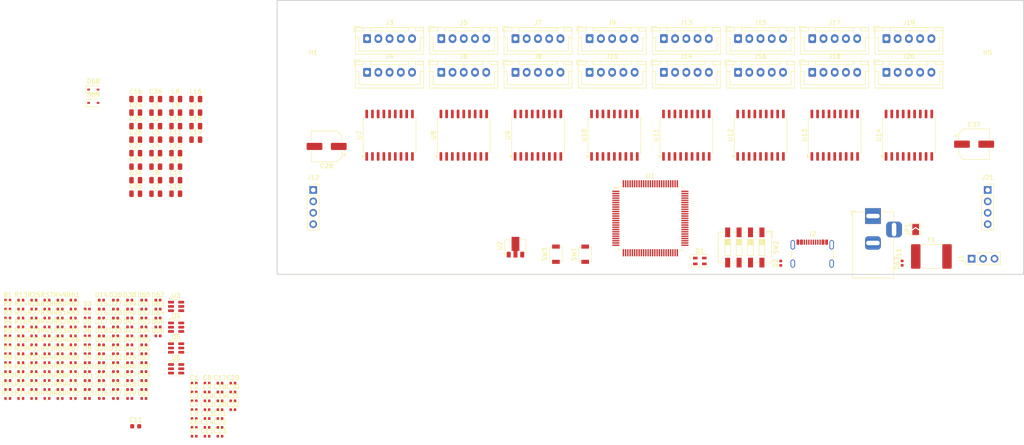
<source format=kicad_pcb>
(kicad_pcb (version 20240108) (generator "pcbnew") (generator_version "8.0")
  (layers (0 "F.Cu" signal) (31 "B.Cu" signal) (34 "B.Paste" user) (35 "F.Paste" user) (36 "B.SilkS" user "B.Silkscreen") (37 "F.SilkS" user "F.Silkscreen") (38 "B.Mask" user) (39 "F.Mask" user) (44 "Edge.Cuts" user))
  (net 0 "")
  (net 1 "+5V")
  (net 2 "GND")
  (net 3 "+3V3")
  (net 4 "/STM-NRST")
  (net 5 "Net-(U1-VCAP_2)")
  (net 6 "+3.3VA")
  (net 7 "Net-(U1-VREF+)")
  (net 8 "Net-(J10-Pin_5)")
  (net 9 "+V")
  (net 10 "Net-(U1-VCAP_1)")
  (net 11 "Net-(U1-PA4)")
  (net 12 "NEOPIXEL")
  (net 13 "Net-(D1-DOUT)")
  (net 14 "/S3P1")
  (net 15 "/S3P2")
  (net 16 "Net-(D3-K)")
  (net 17 "Net-(D4-K)")
  (net 18 "/S3P3")
  (net 19 "Net-(D5-K)")
  (net 20 "/S3P4")
  (net 21 "/S4P1")
  (net 22 "Net-(D6-K)")
  (net 23 "Net-(D7-K)")
  (net 24 "/S4P2")
  (net 25 "Net-(D8-K)")
  (net 26 "/S4P3")
  (net 27 "/S4P4")
  (net 28 "Net-(D9-K)")
  (net 29 "/S2P4")
  (net 30 "Net-(D10-K)")
  (net 31 "/S2P3")
  (net 32 "Net-(D11-K)")
  (net 33 "/S2P2")
  (net 34 "Net-(D12-K)")
  (net 35 "Net-(D13-K)")
  (net 36 "/S2P1")
  (net 37 "S1P4")
  (net 38 "Net-(D14-K)")
  (net 39 "Net-(D15-K)")
  (net 40 "S1P3")
  (net 41 "S1P2")
  (net 42 "Net-(D16-K)")
  (net 43 "S1P1")
  (net 44 "Net-(D17-K)")
  (net 45 "Net-(D18-K)")
  (net 46 "/S5P1")
  (net 47 "/S5P2")
  (net 48 "Net-(D19-K)")
  (net 49 "/S5P3")
  (net 50 "Net-(D20-K)")
  (net 51 "/S5P4")
  (net 52 "Net-(D21-K)")
  (net 53 "Net-(D22-K)")
  (net 54 "/S6P1")
  (net 55 "Net-(D23-K)")
  (net 56 "/S6P2")
  (net 57 "/S6P3")
  (net 58 "Net-(D24-K)")
  (net 59 "Net-(D25-K)")
  (net 60 "/S6P4")
  (net 61 "Net-(D26-K)")
  (net 62 "/S7P1")
  (net 63 "/S7P2")
  (net 64 "Net-(D27-K)")
  (net 65 "Net-(D28-K)")
  (net 66 "/S7P3")
  (net 67 "/S7P4")
  (net 68 "Net-(D29-K)")
  (net 69 "/S8P1")
  (net 70 "Net-(D30-K)")
  (net 71 "/S8P2")
  (net 72 "Net-(D31-K)")
  (net 73 "Net-(D32-K)")
  (net 74 "/S8P3")
  (net 75 "Net-(D33-K)")
  (net 76 "/S8P4")
  (net 77 "/S9P1")
  (net 78 "Net-(D34-K)")
  (net 79 "Net-(D35-K)")
  (net 80 "/S9P2")
  (net 81 "/S9P3")
  (net 82 "Net-(D36-K)")
  (net 83 "/S9P4")
  (net 84 "Net-(D37-K)")
  (net 85 "/S10P1")
  (net 86 "Net-(D38-K)")
  (net 87 "Net-(D39-K)")
  (net 88 "/S10P2")
  (net 89 "/S10P3")
  (net 90 "Net-(D40-K)")
  (net 91 "/S10P4")
  (net 92 "Net-(D41-K)")
  (net 93 "Net-(D42-K)")
  (net 94 "/S11P1")
  (net 95 "Net-(D43-K)")
  (net 96 "/S11P2")
  (net 97 "/S11P3")
  (net 98 "Net-(D44-K)")
  (net 99 "Net-(D45-K)")
  (net 100 "/S11P4")
  (net 101 "Net-(D46-K)")
  (net 102 "/S12P1")
  (net 103 "Net-(D47-K)")
  (net 104 "/S12P2")
  (net 105 "/S12P3")
  (net 106 "Net-(D48-K)")
  (net 107 "/S12P4")
  (net 108 "Net-(D49-K)")
  (net 109 "/S13P1")
  (net 110 "Net-(D50-K)")
  (net 111 "Net-(D51-K)")
  (net 112 "/S13P2")
  (net 113 "/S13P3")
  (net 114 "Net-(D52-K)")
  (net 115 "/S13P4")
  (net 116 "Net-(D53-K)")
  (net 117 "Net-(D54-K)")
  (net 118 "/S14P1")
  (net 119 "/S14P2")
  (net 120 "Net-(D55-K)")
  (net 121 "Net-(D56-K)")
  (net 122 "/S14P3")
  (net 123 "Net-(D57-K)")
  (net 124 "/S14P4")
  (net 125 "/S15P1")
  (net 126 "Net-(D58-K)")
  (net 127 "Net-(D59-K)")
  (net 128 "/S15P2")
  (net 129 "Net-(D60-K)")
  (net 130 "/S15P3")
  (net 131 "/S15P4")
  (net 132 "Net-(D61-K)")
  (net 133 "Net-(D62-K)")
  (net 134 "/S16P1")
  (net 135 "Net-(D63-K)")
  (net 136 "/S16P2")
  (net 137 "/S16P3")
  (net 138 "Net-(D64-K)")
  (net 139 "Net-(D65-K)")
  (net 140 "/S16P4")
  (net 141 "Net-(D67-A)")
  (net 142 "Net-(F1-Pad1)")
  (net 143 "VBUS")
  (net 144 "Net-(J3-Pin_3)")
  (net 145 "Net-(J3-Pin_4)")
  (net 146 "Net-(J3-Pin_1)")
  (net 147 "Net-(J3-Pin_2)")
  (net 148 "Net-(J4-Pin_1)")
  (net 149 "Net-(J4-Pin_4)")
  (net 150 "Net-(J4-Pin_3)")
  (net 151 "Net-(J4-Pin_2)")
  (net 152 "Net-(J5-Pin_1)")
  (net 153 "Net-(J5-Pin_4)")
  (net 154 "Net-(J5-Pin_2)")
  (net 155 "Net-(J5-Pin_3)")
  (net 156 "Net-(J6-Pin_1)")
  (net 157 "Net-(J6-Pin_2)")
  (net 158 "Net-(J6-Pin_4)")
  (net 159 "Net-(J6-Pin_3)")
  (net 160 "Net-(J7-Pin_3)")
  (net 161 "Net-(J7-Pin_1)")
  (net 162 "Net-(J7-Pin_4)")
  (net 163 "Net-(J7-Pin_2)")
  (net 164 "Net-(J8-Pin_1)")
  (net 165 "Net-(J8-Pin_3)")
  (net 166 "Net-(J8-Pin_4)")
  (net 167 "Net-(J8-Pin_2)")
  (net 168 "Net-(J9-Pin_1)")
  (net 169 "Net-(J9-Pin_3)")
  (net 170 "Net-(J9-Pin_2)")
  (net 171 "Net-(J9-Pin_4)")
  (net 172 "Net-(J10-Pin_3)")
  (net 173 "Net-(J10-Pin_2)")
  (net 174 "Net-(J10-Pin_4)")
  (net 175 "Net-(J10-Pin_1)")
  (net 176 "Net-(J13-Pin_3)")
  (net 177 "Net-(J13-Pin_4)")
  (net 178 "Net-(J13-Pin_1)")
  (net 179 "Net-(J13-Pin_2)")
  (net 180 "Net-(J14-Pin_3)")
  (net 181 "Net-(J14-Pin_4)")
  (net 182 "Net-(J14-Pin_1)")
  (net 183 "Net-(J14-Pin_2)")
  (net 184 "Net-(J15-Pin_1)")
  (net 185 "Net-(J15-Pin_4)")
  (net 186 "Net-(J15-Pin_2)")
  (net 187 "Net-(J15-Pin_3)")
  (net 188 "Net-(J16-Pin_1)")
  (net 189 "Net-(J16-Pin_3)")
  (net 190 "Net-(J16-Pin_4)")
  (net 191 "Net-(J16-Pin_2)")
  (net 192 "Net-(J17-Pin_1)")
  (net 193 "Net-(J17-Pin_2)")
  (net 194 "Net-(J17-Pin_3)")
  (net 195 "Net-(J17-Pin_4)")
  (net 196 "Net-(U7-GND)")
  (net 197 "Net-(U8-GND)")
  (net 198 "Net-(U9-GND)")
  (net 199 "Net-(U10-GND)")
  (net 200 "Net-(U11-GND)")
  (net 201 "/BOOT0")
  (net 202 "ADDR0")
  (net 203 "ADDR3")
  (net 204 "ADDR1")
  (net 205 "ADDR2")
  (net 206 "SCK")
  (net 207 "MOSI")
  (net 208 "PB1")
  (net 209 "D+")
  (net 210 "D-")
  (net 211 "SCL")
  (net 212 "MISO")
  (net 213 "TX")
  (net 214 "RX")
  (net 215 "PB0")
  (net 216 "SDA")
  (net 217 "PH1")
  (net 218 "Net-(J3-Pin_5)")
  (net 219 "Net-(J5-Pin_5)")
  (net 220 "Net-(J7-Pin_5)")
  (net 221 "Net-(J13-Pin_5)")
  (net 222 "Net-(J15-Pin_5)")
  (net 223 "Net-(J17-Pin_5)")
  (net 224 "Net-(J19-Pin_5)")
  (net 225 "Net-(D2-A)")
  (net 226 "Net-(D66-K)")
  (net 227 "Net-(J2-SHIELD)")
  (net 228 "Net-(J2-CC2)")
  (net 229 "Net-(J2-D+-PadA6)")
  (net 230 "Net-(J2-D--PadA7)")
  (net 232 "Net-(J2-CC1)")
  (net 234 "Net-(J18-Pin_3)")
  (net 235 "Net-(J18-Pin_2)")
  (net 236 "Net-(J18-Pin_4)")
  (net 237 "Net-(J18-Pin_1)")
  (net 238 "Net-(J19-Pin_2)")
  (net 239 "Net-(J19-Pin_3)")
  (net 240 "Net-(J19-Pin_1)")
  (net 241 "Net-(J19-Pin_4)")
  (net 242 "Net-(J20-Pin_3)")
  (net 243 "Net-(J20-Pin_1)")
  (net 244 "Net-(J20-Pin_4)")
  (net 245 "Net-(J20-Pin_2)")
  (net 246 "Net-(U12-GND)")
  (net 247 "Net-(U13-GND)")
  (net 248 "Net-(U14-GND)")
  (net 249 "Net-(D68-K)")
  (footprint "Resistor_SMD:R_0402_1005Metric" (layer "F.Cu") (at 64.72 98.645)
    (property "Reference" "R57")
    (property "Value" "470")
  )
  (footprint "LED_SMD:LED_0402_1005Metric" (layer "F.Cu") (at 83.355 84.715)
    (property "Reference" "D51")
    (property "Value" "LED_Small")
  )
  (footprint "Capacitor_SMD:C_0805_2012Metric" (layer "F.Cu") (at 81.55 40.97)
    (property "Reference" "C24")
    (property "Value" "22uF 25V")
  )
  (footprint "Capacitor_SMD:C_0805_2012Metric" (layer "F.Cu") (at 94.9 37.96)
    (property "Reference" "L16")
    (property "Value" "CBM201209U601T")
  )
  (footprint "Capacitor_SMD:C_0402_1005Metric" (layer "F.Cu") (at 103.15 105.145)
    (property "Reference" "C31")
    (property "Value" "100n")
  )
  (footprint "Capacitor_SMD:C_0805_2012Metric" (layer "F.Cu") (at 81.55 56.02)
    (property "Reference" "C34")
    (property "Value" "22uF 25V")
  )
  (footprint "Resistor_SMD:R_0402_1005Metric" (layer "F.Cu") (at 67.63 102.625)
    (property "Reference" "R71")
    (property "Value" "470")
  )
  (footprint "Resistor_SMD:R_0402_1005Metric" (layer "F.Cu") (at 58.9 102.625)
    (property "Reference" "R35")
    (property "Value" "470")
  )
  (footprint "LED_SMD:LED_0402_1005Metric" (layer "F.Cu") (at 73.92 90.685)
    (property "Reference" "D18")
    (property "Value" "LED_Small")
  )
  (footprint "Connector_PinHeader_2.54mm:PinHeader_1x03_P2.54mm_Vertical" (layer "F.Cu") (at 267.46 73.5 90)
    (property "Reference" "J1")
    (property "Value" "NEO")
  )
  (footprint "Resistor_SMD:R_0402_1005Metric" (layer "F.Cu") (at 67.63 94.665)
    (property "Reference" "R67")
    (property "Value" "470")
  )
  (footprint "LED_SMD:LED_0402_1005Metric" (layer "F.Cu") (at 80.21 96.655)
    (property "Reference" "D45")
    (property "Value" "LED_Small")
  )
  (footprint "Resistor_SMD:R_0402_1005Metric" (layer "F.Cu") (at 64.72 88.695)
    (property "Reference" "R52")
    (property "Value" "470")
  )
  (footprint "Capacitor_SMD:C_0402_1005Metric" (layer "F.Cu") (at 97.41 101.205)
    (property "Reference" "C8")
    (property "Value" "100n")
  )
  (footprint "Resistor_SMD:R_0402_1005Metric" (layer "F.Cu") (at 67.63 90.685)
    (property "Reference" "R65")
    (property "Value" "470")
  )
  (footprint "LED_SMD:LED_0402_1005Metric" (layer "F.Cu") (at 73.92 92.675)
    (property "Reference" "D19")
    (property "Value" "LED_Small")
  )
  (footprint "Resistor_SMD:R_0402_1005Metric" (layer "F.Cu") (at 55.99 100.635)
    (property "Reference" "R22")
    (property "Value" "470")
  )
  (footprint "Resistor_SMD:R_0402_1005Metric" (layer "F.Cu") (at 61.81 102.625)
    (property "Reference" "R47")
    (property "Value" "470")
  )
  (footprint "Capacitor_SMD:C_0805_2012Metric" (layer "F.Cu") (at 86 53.01)
    (property "Reference" "L5")
    (property "Value" "CBM201209U601T")
  )
  (footprint "Resistor_SMD:R_0402_1005Metric" (layer "F.Cu") (at 64.72 82.725)
    (property "Reference" "R49")
    (property "Value" "470")
  )
  (footprint "Package_SO:SOP-18_7.495x11.515mm_P1.27mm" (layer "F.Cu") (at 171 46 90)
    (property "Reference" "U9")
    (property "Value" "ULN2803A")
  )
  (footprint "Resistor_SMD:R_0402_1005Metric" (layer "F.Cu") (at 53.08 82.725)
    (property "Reference" "R1")
    (property "Value" "10k")
  )
  (footprint "Resistor_SMD:R_0402_1005Metric" (layer "F.Cu") (at 64.72 102.625)
    (property "Reference" "R59")
    (property "Value" "470")
  )
  (footprint "Resistor_SMD:R_0402_1005Metric" (layer "F.Cu") (at 55.99 104.615)
    (property "Reference" "R24")
    (property "Value" "470")
  )
  (footprint "Capacitor_SMD:C_0805_2012Metric" (layer "F.Cu") (at 90.45 46.99)
    (property "Reference" "L11")
    (property "Value" "CBM201209U601T")
  )
  (footprint "LED_SMD:LED_0402_1005Metric" (layer "F.Cu") (at 83.355 92.675)
    (property "Reference" "D55")
    (property "Value" "LED_Small")
  )
  (footprint "Resistor_SMD:R_0402_1005Metric" (layer "F.Cu") (at 58.9 82.725)
    (property "Reference" "R25")
    (property "Value" "470")
  )
  (footprint "LED_SMD:LED_0402_1005Metric" (layer "F.Cu") (at 83.355 90.685)
    (property "Reference" "D54")
    (property "Value" "LED_Small")
  )
  (footprint "LED_SMD:LED_0402_1005Metric" (layer "F.Cu") (at 73.92 100.635)
    (property "Reference" "D23")
    (property "Value" "LED_Small")
  )
  (footprint "Resistor_SMD:R_0402_1005Metric" (layer "F.Cu") (at 53.08 88.695)
    (property "Reference" "R4")
    (property "Value" "5.1k")
  )
  (footprint "Capacitor_SMD:C_0805_2012Metric" (layer "F.Cu") (at 86 46.99)
    (property "Reference" "L3")
    (property "Value" "CBM201209U601T")
  )
  (footprint "Capacitor_SMD:C_0402_1005Metric" (layer "F.Cu") (at 97.41 109.085)
    (property "Reference" "C13")
    (property "Value" "100n")
  )
  (footprint "Capacitor_SMD:C_0805_2012Metric" (layer "F.Cu") (at 86 37.96)
    (property "Reference" "C36")
    (property "Value" "22uF 25V")
  )
  (footprint "Resistor_SMD:R_0402_1005Metric" (layer "F.Cu") (at 67.63 104.615)
    (property "Reference" "R72")
    (property "Value" "1k")
  )
  (footprint "Resistor_SMD:R_0402_1005Metric" (layer "F.Cu") (at 67.63 98.645)
    (property "Reference" "R69")
    (property "Value" "470")
  )
  (footprint "LED_SMD:LED_0402_1005Metric" (layer "F.Cu") (at 86.5 88.695)
    (property "Reference" "D65")
    (property "Value" "LED_Small")
  )
  (footprint "LED_SMD:LED_0402_1005Metric" (layer "F.Cu") (at 70.775 96.655)
    (property "Reference" "D9")
    (property "Value" "LED_Small")
  )
  (footprint "Capacitor_SMD:C_0805_2012Metric" (layer "F.Cu") (at 86 50)
    (property "Reference" "L4")
    (property "Value" "CBM201209U601T")
  )
  (footprint "Connector_JST:JST_XH_B5B-XH-A_1x05_P2.50mm_Vertical" (layer "F.Cu") (at 133 24.5)
    (property "Reference" "J3")
    (property "Value" "S1")
  )
  (footprint "Package_QFP:LQFP-100_14x14mm_P0.5mm" (layer "F.Cu") (at 196 64.5)
    (property "Reference" "U1")
    (property "Value" "STM32F407VETx")
  )
  (footprint "Resistor_SMD:R_0402_1005Metric" (layer "F.Cu") (at 58.9 96.655)
    (property "Reference" "R32")
    (property "Value" "470")
  )
  (footprint "LED_SMD:LED_0402_1005Metric" (layer "F.Cu") (at 80.21 88.695)
    (property "Reference" "D41")
    (property "Value" "LED_Small")
  )
  (footprint "Resistor_SMD:R_0402_1005Metric" (layer "F.Cu") (at 53.08 86.705)
    (property "Reference" "R3")
    (property "Value" "5.1k")
  )
  (footprint "Capacitor_SMD:C_0805_2012Metric" (layer "F.Cu") (at 81.55 50)
    (property "Reference" "C27")
    (property "Value" "22uF 25V")
  )
  (footprint "LED_SMD:LED_0402_1005Metric" (layer "F.Cu") (at 86.5 90.685)
    (property "Reference" "D66")
    (property "Value" "LED_Small")
  )
  (footprint "Resistor_SMD:R_0402_1005Metric" (layer "F.Cu") (at 61.81 90.685)
    (property "Reference" "R41")
    (property "Value" "470")
  )
  (footprint "Connector_JST:JST_XH_B5B-XH-A_1x05_P2.50mm_Vertical" (layer "F.Cu") (at 149.5 24.5)
    (property "Reference" "J5")
    (property "Value" "Conn_01x05")
  )
  (footprint "Capacitor_SMD:C_0805_2012Metric" (layer "F.Cu") (at 90.45 53.01)
    (property "Reference" "L13")
    (property "Value" "CBM201209U601T")
  )
  (footprint "Resistor_SMD:R_0402_1005Metric" (layer "F.Cu") (at 61.81 104.615)
    (property "Reference" "R48")
    (property "Value" "470")
  )
  (footprint "LED_SMD:LED_0402_1005Metric" (layer "F.Cu") (at 73.92 86.705)
    (property "Reference" "D16")
    (property "Value" "LED_Small")
  )
  (footprint "Resistor_SMD:R_0402_1005Metric" (layer "F.Cu") (at 58.9 100.635)
    (property "Reference" "R34")
    (property "Value" "470")
  )
  (footprint "Connector_JST:JST_XH_B5B-XH-A_1x05_P2.50mm_Vertical" (layer "F.Cu") (at 199 24.5)
    (property "Reference" "J13")
    (property "Value" "Conn_01x05")
  )
  (footprint "LED_SMD:LED_0402_1005Metric" (layer "F.Cu") (at 83.355 102.625)
    (property "Reference" "D60")
    (property "Value" "LED_Small")
  )
  (footprint "Resistor_SMD:R_0402_1005Metric" (layer "F.Cu") (at 67.63 84.715)
    (property "Reference" "R62")
    (property "Value" "470")
  )
  (footprint "Package_TO_SOT_SMD:SOT-89-3" (layer "F.Cu") (at 166 70.6375 90)
    (property "Reference" "U2")
    (property "Value" "AMS1117-3.3")
  )
  (footprint "LED_SMD:LED_0402_1005Metric" (layer "F.Cu") (at 80.21 86.705)
    (property "Reference" "D40")
    (property "Value" "LED_Small")
  )
  (footprint "Resistor_SMD:R_0402_1005Metric" (layer "F.Cu") (at 58.9 98.645)
    (property "Reference" "R33")
    (property "Value" "470")
  )
  (footprint "Resistor_SMD:R_0402_1005Metric" (layer "F.Cu") (at 53.08 92.675)
    (property "Reference" "R6")
    (property "Value" "3.3k")
  )
  (footprint "Resistor_SMD:R_0402_1005Metric" (layer "F.Cu") (at 53.08 94.665)
    (property "Reference" "R7")
    (property "Value" "1k")
  )
  (footprint "LED_SMD:LED_0402_1005Metric" (layer "F.Cu") (at 73.92 104.615)
    (property "Reference" "D25")
    (property "Value" "LED_Small")
  )
  (footprint "Capacitor_SMD:CP_Elec_6.3x7.7" (layer "F.Cu") (at 268 48)
    (property "Reference" "C37")
    (property "Value" "220uF")
  )
  (footprint "LED_SMD:LED_0402_1005Metric" (layer "F.Cu") (at 83.355 100.635)
    (property "Reference" "D59")
    (property "Value" "LED_Small")
  )
  (footprint "MountingHole:MountingHole_6.4mm_M6" (layer "F.Cu") (at 271 35)
    (property "Reference" "H5")
    (property "Value" "M6")
  )
  (footprint "Jumper:SolderJumper-2_P1.3mm_Open_TrianglePad1.0x1.5mm" (layer "F.Cu") (at 255 67 90)
    (property "Reference" "JP1")
    (property "Value" "USB")
  )
  (footprint "Connector_JST:JST_XH_B5B-XH-A_1x05_P2.50mm_Vertical" (layer "F.Cu") (at 248.5 32)
    (property "Reference" "J20")
    (property "Value" "Conn_01x05")
  )
  (footprint "Capacitor_SMD:C_0805_2012Metric" (layer "F.Cu") (at 90.45 40.97)
    (property "Reference" "L9")
    (property "Value" "CBM201209U601T")
  )
  (footprint "Package_SO:SOP-18_7.495x11.515mm_P1.27mm" (layer "F.Cu") (at 253.5 46 90)
    (property "Reference" "U14")
    (property "Value" "ULN2803A")
  )
  (footprint "Resistor_SMD:R_0402_1005Metric" (layer "F.Cu") (at 64.72 94.665)
    (property "Reference" "R55")
    (property "Value" "470")
  )
  (footprint "Connector_JST:JST_XH_B5B-XH-A_1x05_P2.50mm_Vertical" (layer "F.Cu") (at 199 32)
    (property "Reference" "J14")
    (property "Value" "Conn_01x05")
  )
  (footprint "LED_SMD:LED_0402_1005Metric" (layer "F.Cu") (at 77.065 102.625)
    (property "Reference" "D36")
    (property "Value" "LED_Small")
  )
  (footprint "LED_SMD:LED_0402_1005Metric" (layer "F.Cu") (at 86.5 86.705)
    (property "Reference" "D64")
    (property "Value" "LED_Small")
  )
  (footprint "Button_Switch_SMD:SW_SPST_B3U-1000P-B" (layer "F.Cu") (at 175 72.5 90)
    (property "Reference" "SW3")
    (property "Value" "BOOT")
  )
  (footprint "Capacitor_SMD:C_0805_2012Metric" (layer "F.Cu") (at 90.45 37.96)
    (property "Reference" "L8")
    (property "Value" "CBM201209U601T")
  )
  (footprint "LED_SMD:LED_0402_1005Metric" (layer "F.Cu") (at 80.21 100.635)
    (property "Reference" "D47")
    (property "Value" "LED_Small")
  )
  (footprint "Resistor_SMD:R_0402_1005Metric" (layer "F.Cu") (at 55.99 82.725)
    (property "Reference" "R13")
    (property "Value" "470")
  )
  (footprint "Resistor_SMD:R_0402_1005Metric" (layer "F.Cu") (at 61.81 98.645)
    (property "Reference" "R45")
    (property "Value" "470")
  )
  (footprint "Connector_USB:USB_C_Receptacle_GCT_USB4105-xx-A_16P_TopMnt_Horizontal" (layer "F.Cu") (at 232 73.5)
    (property "Reference" "J2")
    (property "Value" "KH-TYPE-C-16P")
  )
  (footprint "LED_SMD:LED_0402_1005Metric" (layer "F.Cu") (at 80.21 98.645)
    (property "Reference" "D46")
    (property "Value" "LED_Small")
  )
  (footprint "Connector_PinSocket_2.54mm:PinSocket_1x04_P2.54mm_Vertical" (layer "F.Cu") (at 121.025 58.2)
    (property "Reference" "J12")
    (property "Value" "DAISY")
  )
  (footprint "Capacitor_SMD:C_0402_1005Metric" (layer "F.Cu") (at 97.41 113.025)
    (property "Reference" "C15")
    (property "Value" "100n")
  )
  (footprint "Resistor_SMD:R_0402_1005Metric" (layer "F.Cu") (at 61.81 82.725)
    (property "Reference" "R37")
    (property "Value" "470")
  )
  (footprint "Connector_JST:JST_XH_B5B-XH-A_1x05_P2.50mm_Vertical" (layer "F.Cu") (at 133 32)
    (property "Reference" "J4")
    (property "Value" "S2")
  )
  (footprint "Resistor_SMD:R_0402_1005Metric" (layer "F.Cu") (at 55.99 84.715)
    (property "Reference" "R14")
    (property "Value" "470")
  )
  (footprint "Capacitor_SMD:C_0805_2012Metric" (layer "F.Cu") (at 90.45 59.03)
    (property "Reference" "L15")
    (property "Value" "CBM201209U601T")
  )
  (footprint "LED_SMD:LED_0402_1005Metric" (layer "F.Cu") (at 80.21 92.675)
    (property "Reference" "D43")
    (property "Value" "LED_Small")
  )
  (footprint "LED_SMD:LED_0402_1005Metric" (layer "F.Cu") (at 80.21 82.725)
    (property "Reference" "D38")
    (property "Value" "LED_Small")
  )
  (footprint "Resistor_SMD:R_0402_1005Metric" (layer "F.Cu") (at 55.99 88.695)
    (property "Reference" "R16")
    (property "Value" "470")
  )
  (footprint "Resistor_SMD:R_0402_1005Metric" (layer "F.Cu") (at 55.99 92.675)
    (property "Reference" "R18")
    (property "Value" "470")
  )
  (footprint "Capacitor_SMD:C_0805_2012Metric" (layer "F.Cu") (at 90.45 50)
    (property "Reference" "L12")
    (property "Value" "CBM201209U601T")
  )
  (footprint "Resistor_SMD:R_0402_1005Metric" (layer "F.Cu") (at 61.81 94.665)
    (property "Reference" "R43")
    (property "Value" "470")
  )
  (footprint "Resistor_SMD:R_0402_1005Metric" (layer "F.Cu") (at 67.63 96.655)
    (property "Reference" "R68")
    (property "Value" "470")
  )
  (footprint "LED_SMD:LED_0402_1005Metric" (layer "F.Cu") (at 83.355 94.665)
    (property "Reference" "D56")
    (property "Value" "LED_Small")
  )
  (footprint "Resistor_SMD:R_0402_1005Metric" (layer "F.Cu") (at 64.72 84.715)
    (property "Reference" "R50")
    (property "Value" "470")
  )
  (footprint "LED_SMD:LED_0402_1005Metric" (layer "F.Cu") (at 73.92 94.665)
    (property "Reference" "D20")
    (property "Value" "LED_Small")
  )
  (footprint "Connector_JST:JST_XH_B5B-XH-A_1x05_P2.50mm_Vertical" (layer "F.Cu") (at 215.5 32)
    (property "Reference" "J16")
    (property "Value" "Conn_01x05")
  )
  (footprint "Resistor_SMD:R_0402_1005Metric" (layer "F.Cu") (at 55.99 102.625)
    (property "Reference" "R23")
    (property "Value" "470")
  )
  (footprint "LED_SMD:LED_0402_1005Metric" (layer "F.Cu") (at 70.775 90.685)
    (property "Reference" "D6")
    (property "Value" "LED_Small")
  )
  (footprint "Package_SO:SOP-18_7.495x11.515mm_P1.27mm" (layer "F.Cu") (at 154.5 46 90)
    (property "Reference" "U8")
    (property "Value" "ULN2803A")
  )
  (footprint "Package_TO_SOT_SMD:SOT-23-6" (layer "F.Cu") (at 90.53 98.005)
    (property "Reference" "U6")
    (property "Value" "D5V0P4UR6SO")
  )
  (footprint "Package_SO:SOP-18_7.495x11.515mm_P1.27mm" (layer "F.Cu") (at 138 46 90)
    (property "Reference" "U7")
    (property "Value" "ULN2803A")
  )
  (footprint "Resistor_SMD:R_0402_1005Metric" (layer "F.Cu") (at 58.9 84.715)
    (property "Reference" "R26")
    (property "Value" "470")
  )
  (footprint "Capacitor_SMD:C_0805_2012Metric" (layer "F.Cu") (at 81.55 59.03)
    (property "Reference" "C35")
    (property "Value" "22uF 25V")
  )
  (footprint "Connector_BarrelJack:BarrelJack_Horizontal" (layer "F.Cu") (at 245.5 64 90)
    (property "Reference" "J11")
    (property "Value" "V+")
  )
  (footprint "Capacitor_SMD:C_0402_1005Metric" (layer "F.Cu") (at 100.28 109.085)
    (property "Reference" "C21")
    (property "Value" "100n")
  )
  (footprint "Capacitor_SMD:C_0402_1005Metric" (layer "F.Cu") (at 94.54 103.175)
    (property "Reference" "C2")
    (property "Value" "1u")
  )
  (footprint "Resistor_SMD:R_0402_1005Metric" (layer "F.Cu") (at 64.72 104.615)
    (property "Reference" "R60")
    (property "Value" "470")
  )
  (footprint "Connector_JST:JST_XH_B5B-XH-A_1x05_P2.50mm_Vertical" (layer "F.Cu") (at 232 32)
    (property "Reference" "J18")
    (property "Value" "Conn_01x05")
  )
  (footprint "Button_Switch_SMD:SW_SPST_B3U-1000P-B" (layer "F.Cu") (at 181.5 72.5 90)
    (property "Reference" "SW1")
    (property "Value" "RST")
  )
  (footprint "Capacitor_SMD:C_0805_2012Metric" (layer "F.Cu") (at 94.9 46.99)
    (property "Reference" "L19")
    (property "Value" "CBM201209U601T")
  )
  (footprint "LED_SMD:LED_0402_1005Metric" (layer "F.Cu") (at 70.775 102.625)
    (property "Reference" "D12")
    (property "Value" "LED_Small")
  )
  (footprint "Capacitor_SMD:C_0402_1005Metric" (layer "F.Cu") (at 94.54 107.115)
    (property "Reference" "C4")
    (property "Value" "100n")
  )
  (footprint "LED_SMD:LED_0402_1005Metric" (layer "F.Cu") (at 83.355 88.695)
    (property "Reference" "D53")
    (property "Value" "LED_Small")
  )
  (footprint "Resistor_SMD:R_0402_1005Metric" (layer "F.Cu") (at 64.72 90.685)
    (property "Reference" "R53")
    (property "Value" "470")
  )
  (footprint "Package_SO:SOP-18_7.495x11.515mm_P1.27mm" (layer "F.Cu") (at 188 46 90)
    (property "Reference" "U10")
    (property "Value" "ULN2803A")
  )
  (footprint "Resistor_SMD:R_0402_1005Metric" (layer "F.Cu") (at 64.72 100.635)
    (property "Reference" "R58")
    (property "Value" "470")
  )
  (footprint "Capacitor_SMD:C_0402_1005Metric" (layer "F.Cu") (at 103.15 101.205)
    (property "Reference" "C29")
    (property "Value" "100n")
  )
  (footprint "LED_SMD:LED_0402_1005Metric" (layer "F.Cu") (at 77.065 104.615)
    (property "Reference" "D37")
    (property "Value" "LED_Small")
  )
  (footprint "Resistor_SMD:R_0402_1005Metric" (layer "F.Cu") (at 53.08 98.645)
    (property "Reference" "R9")
    (property "Value" "470")
  )
  (footprint "Resistor_SMD:R_0402_1005Metric" (layer "F.Cu") (at 53.08 90.685)
    (property "Reference" "R5")
    (property "Value" "1k")
  )
  (footprint "Resistor_SMD:R_0402_1005Metric" (layer "F.Cu") (at 53.08 104.615)
    (property "Reference" "R12")
    (property "Value" "470")
  )
  (footprint "Resistor_SMD:R_0402_1005Metric" (layer "F.Cu") (at 55.99 94.665)
    (property "Reference" "R19")
    (property "Value" "470")
  )
  (footprint "Resistor_SMD:R_0402_1005Metric" (layer "F.Cu") (at 61.81 100.635)
    (property "Reference" "R46")
    (property "Value" "470")
  )
  (footprint "Resistor_SMD:R_0402_1005Metric" (layer "F.Cu") (at 58.9 88.695)
    (property "Reference" "R28")
    (property "Value" "470")
  )
  (footprint "Capacitor_SMD:C_0402_1005Metric" (layer "F.Cu") (at 94.54 101.205)
    (property "Reference" "C1")
    (property "Value" "100n")
  )
  (footprint "Resistor_SMD:R_0402_1005Metric" (layer "F.Cu") (at 55.99 90.685)
    (property "Reference" "R17")
    (property "Value" "470")
  )
  (footprint "LED_SMD:LED_0402_1005Metric" (layer "F.Cu") (at 77.065 82.725)
    (property "Reference" "D26")
    (property "Value" "LED_Small")
  )
  (footprint "LED_SMD:LED_0402_1005Metric" (layer "F.Cu") (at 83.355 98.645)
    (property "Reference" "D58")
    (property "Value" "LED_Small")
  )
  (footprint "LED_SMD:LED_0402_1005Metric" (layer "F.Cu") (at 83.355 104.615)
    (property "Reference" "D61")
    (property "Value" "LED_Small")
  )
  (footprint "LED_SMD:LED_0402_1005Metric" (layer "F.Cu") (at 73.92 96.655)
    (property "Reference" "D21")
    (property "Value" "LED_Small")
  )
  (footprint "Capacitor_SMD:C_0805_2012Metric" (layer "F.Cu") (at 86 59.03)
    (property "Reference" "L7")
    (property "Value" "CBM201209U601T")
  )
  (footprint "LED_SMD:LED_0402_1005Metric" (layer "F.Cu") (at 70.775 94.665)
    (property "Reference" "D8")
    (property "Value" "LED_Small")
  )
  (footprint "LED_SMD:LED_0402_1005Metric" (layer "F.Cu") (at 83.355 86.705)
    (property "Reference" "D52")
    (property "Value" "LED_Small")
  )
  (footprint "Capacitor_SMD:CP_Elec_6.3x7.7" (layer "F.Cu") (at 124 48.5 180)
    (property "Reference" "C28")
    (property "Value" "220uF")
  )
  (footprint "Resistor_SMD:R_0402_1005Metric" (layer "F.Cu") (at 53.08 102.625)
    (property "Reference" "R11")
    (property "Value" "470")
  )
  (footprint "Package_TO_SOT_SMD:SOT-23-6" (layer "F.Cu") (at 90.53 88.755)
    (property "Reference" "U4")
    (property "Value" "D5V0P4UR6SO")
  )
  (footprint "LED_SMD:LED_0402_1005Metric" (layer "F.Cu") (at 77.065 100.635)
    (property "Reference" "D35")
    (property "Value" "LED_Small")
  )
  (footprint "Capacitor_SMD:C_0805_2012Metric" (layer "F.Cu") (at 81.55 46.99)
    (property "Reference" "C26")
    (property "Value" "22uF 25V")
  )
  (footprint "LED_SMD:LED_0402_1005Metric" (layer "F.Cu") (at 83.355 96.655)
    (property "Reference" "D57")
    (property "Value" "LED_Small")
  )
  (footprint "Resistor_SMD:R_0402_1005Metric" (layer "F.Cu") (at 58.9 92.675)
    (property "Reference" "R30")
    (property "Value" "470")
  )
  (footprint "Resistor_SMD:R_0402_1005Metric" (layer "F.Cu") (at 61.81 84.715)
    (property "Reference" "R38")
    (property "Value" "470")
  )
  (footprint "Capacitor_SMD:C_0402_1005Metric" (layer "F.Cu") (at 100.28 111.055)
    (property "Reference" "C22")
    (property "Value" "100n")
  )
  (footprint "Connector_JST:JST_XH_B5B-XH-A_1x05_P2.50mm_Vertical" (layer "F.Cu") (at 248.5 24.5)
    (property "Reference" "J19")
    (property "Value" "Conn_01x05")
  )
  (footprint "LED_SMD:LED_0402_1005Metric" (layer "F.Cu") (at 70.775 104.615)
    (property "Reference" "D13")
    (property "Value" "LED_Small")
  )
  (footprint "LED_SMD:LED_0402_1005Metric" (layer "F.Cu") (at 77.065 88.695)
    (property "Reference" "D29")
    (property "Value" "LED_Small")
  )
  (footprint "Resistor_SMD:R_0402_1005Metric" (layer "F.Cu") (at 67.63 82.725)
    (property "Reference" "R61")
    (property "Value" "470")
  )
  (footprint "Capacitor_SMD:C_0402_1005Metric" (layer "F.Cu") (at 94.54 105.145)
    (property "Reference" "C3")
    (property "Value" "100n")
  )
  (footprint "Resistor_SMD:R_0402_1005Metric" (layer "F.Cu") (at 53.08 100.635)
    (property "Reference" "R10")
    (property "Value" "470")
  )
  (footprint "Capacitor_SMD:C_0402_1005Metric" (layer "F.Cu") (at 103.15 107.115)
    (property "Reference" "C32")
    (property "Value" "100n")
  )
  (footprint "LED_SMD:LED_SK6805_PLCC4_2.4x2.7mm_P1.3mm" (layer "F.Cu") (at 207 74)
    (property "Reference" "D1")
    (property "Value" "SK6805")
  )
  (footprint "Connector_JST:JST_XH_B5B-XH-A_1x05_P2.50mm_Vertical" (layer "F.Cu") (at 182.5 32)
    (property "Reference" "J10")
    (property "Value" "Conn_01x05")
  )
  (footprint "Capacitor_SMD:C_0402_1005Metric" (layer "F.Cu") (at 94.54 109.085)
    (property "Reference" "C5")
    (property "Value" "2.2uF")
  )
  (footprint "Capacitor_SMD:C_0402_1005Metric" (layer "F.Cu") (at 97.41 105.145)
    (property "Reference" "C10")
    (property "Value" "100n")
  )
  (footprint "LED_SMD:LED_0402_1005Metric" (layer "F.Cu") (at 70.775 98.645)
    (property "Reference" "D10")
    (property "Value" "LED_Small")
  )
  (footprint "Resistor_SMD:R_0402_1005Metric" (layer "F.Cu") (at 58.9 90.685)
    (property "Reference" "R29")
    (property "Value" "470")
  )
  (footprint "LED_SMD:LED_0402_1005Metric" (layer "F.Cu") (at 80.21 84.715)
    (property "Reference" "D39")
    (property "Value" "LED_Small")
  )
  (footprint "Resistor_SMD:R_0402_1005Metric" (layer "F.Cu") (at 55.99 86.705)
    (property "Reference" "R15")
    (property "Value" "470")
  )
  (footprint "Fuse:Fuse_2920_7451Metric_Pad2.10x5.45mm_HandSolder" (layer "F.Cu") (at 258.5 73)
    (property "Reference" "F1")
    (property "Value" "5A")
  )
  (footprint "Resistor_SMD:R_0402_1005Metric" (layer "F.Cu") (at 67.63 92.675)
    (property "Reference" "R66")
    (property "Value" "470")
  )
  (footprint "Capacitor_SMD:C_0402_1005Metric" (layer "F.Cu") (at 94.54 113.025)
    (property "Reference" "C7")
    (property "Value" "2.2uF")
  )
  (footprint "Capacitor_SMD:C_0805_2012Metric" (layer "F.Cu") (at 81.55 43.98)
    (property "Reference" "C25")
    (property "Value" "22uF 25V")
  )
  (footprint "Capacitor_SMD:C_0805_2012Metric" (layer "F.Cu") (at 94.9 40.97)
    (property "Reference" "L17")
    (property "Value" "CBM201209U601T")
  )
  (footprint "Resistor_SMD:R_0402_1005Metric" (layer "F.Cu") (at 64.72 86.705)
    (property "Reference" "R51")
    (property "Value" "470")
  )
  (footprint "LED_SMD:LED_0402_1005Metric" (layer "F.Cu") (at 86.5 84.715)
    (property "Reference" "D63")
    (property "Value" "LED_Small")
  )
  (footprint "LED_SMD:LED_0402_1005Metric" (layer "F.Cu") (at 83.355 82.725)
    (property "Reference" "D50")
    (property "Value" "LED_Small")
  )
  (footprint "Capacitor_SMD:C_0402_1005Metric" (layer "F.Cu") (at 103.15 103.175)
    (property "Reference" "C30")
    (property "Value" "100n")
  )
  (footprint "LED_SMD:LED_0402_1005Metric" (layer "F.Cu") (at 80.21 104.615)
    (property "Reference" "D49")
    (property "Value" "LED_Small")
  )
  (footprint "Package_TO_SOT_SMD:SOT-23-6" (layer "F.Cu") (at 90.53 93.38)
    (property "Reference" "U5")
    (property "Value" "D5V0P4UR6SO")
  )
  (footprint "LED_SMD:LED_0402_1005Metric" (layer "F.Cu") (at 70.775 86.705)
    (property "Reference" "D4")
    (property "Value" "LED_Small")
  )
  (footprint "LED_SMD:LED_0402_1005Metric" (layer "F.Cu") (at 80.21 94.665)
    (property "Reference" "D44")
    (property "Value" "LED_Small")
  )
  (footprint "Resistor_SMD:R_0402_1005Metric" (layer "F.Cu") (at 61.81 88.695)
    (property "Reference" "R40")
    (property "Value" "470")
  )
  (footprint "Capacitor_SMD:C_0805_2012Metric" (layer "F.Cu") (at 90.45 43.98)
    (property "Reference" "L10")
    (property "Value" "CBM201209U601T")
  )
  (footprint "LED_SMD:LED_0402_1005Metric" (layer "F.Cu") (at 252 74.485 90)
    (property "Reference" "D67")
    (property "Value" "BLUE")
  )
  (footprint "Resistor_SMD:R_0402_1005Metric" (layer "F.Cu") (at 61.81 92.675)
    (property "Reference" "R42")
    (property "Value" "470")
  )
  (footprint "Resistor_SMD:R_0402_1005Metric" (layer "F.Cu") (at 67.63 100.635)
    (property "Reference" "R70")
    (property "Value" "470")
  )
  (footprint "Resistor_SMD:R_0402_1005Metric" (layer "F.Cu") (at 58.9 94.665)
    (property "Reference" "R31")
    (property "Value" "470")
  )
  (footprint "LED_SMD:LED_0402_1005Metric" (layer "F.Cu") (at 77.065 92.675)
    (property "Reference" "D31")
    (property "Value" "LED_Small")
  )
  (footprint "LED_SMD:LED_0402_1005Metric" (layer "F.Cu") (at 77.065 90.685)
    (property "Reference" "D30")
    (property "Value" "LED_Small")
  )
  (footprint "Capacitor_SMD:C_0805_2012Metric" (layer "F.Cu") (at 94.9 43.98)
    (property "Reference" "L18")
    (property "Value" "CBM201209U601T")
  )
  (footprint "Capacitor_SMD:C_0402_1005Metric" (layer "F.Cu") (at 97.41 107.115)
    (property "Reference" "C12")
    (property "Value" "100n")
  )
  (footprint "LED_SMD:LED_0402_1005Metric" (layer "F.Cu") (at 70.775 92.675)
    (property "Reference" "D7")
    (property "Value" "LED_Small")
  )
  (footprint "Capacitor_SMD:C_0402_1005Metric" (layer "F.Cu") (at 100.28 103.175)
    (property "Reference" "C18")
    (property "Value" "100n")
  )
  (footprint "Capacitor_SMD:C_0402_1005Metric" (layer "F.Cu") (at 100.28 113.025)
    (property "Reference" "C23")
    (property "Value" "100n")
  )
  (footprint "LED_SMD:LED_0402_1005Metric" (layer "F.Cu") (at 73.92 82.725)
    (property "Reference" "D14")
    (property "Value" "LED_Small")
  )
  (footprint "Resistor_SMD:R_0402_1005Metric" (layer "F.Cu") (at 53.08 96.655)
    (property "Reference" "R8")
    (property "Value" "470")
  )
  (footprint "LED_SMD:LED_0402_1005Metric" (layer "F.Cu") (at 73.92 102.625)
    (property "Reference" "D24")
    (property "Value" "LED_Small")
  )
  (footprint "Capacitor_SMD:C_0805_2012Metric" (layer "F.Cu") (at 90.45 56.02)
    (property "Reference" "L14")
    (property "Value" "CBM201209U601T")
  )
  (footprint "LED_SMD:LED_0402_1005Metric" (layer "F.Cu") (at 77.065 94.665)
    (property "Reference" "D32")
    (property "Value" "LED_Small")
  )
  (footprint "LED_SMD:LED_0402_1005Metric" (layer "F.Cu") (at 80.21 90.685)
    (property "Reference" "D42")
    (property "Value" "LED_Small")
  )
  (footprint "LED_SMD:LED_0402_1005Metric" (layer "F.Cu") (at 73.92 88.695)
    (property "Reference" "D17")
    (property "Value" "LED_Small")
  )
  (footprint "LED_SMD:LED_0402_1005Metric" (layer "F.Cu") (at 73.92 98.645)
    (property "Reference" "D22")
    (property "Value" "LED_Small")
  )
  (footprint "LED_SMD:LED_0402_1005Metric" (layer "F.Cu") (at 70.775 88.695)
    (property "Reference" "D5")
    (property "Value" "LED_Small")
  )
  (footprint "Diode_SMD:D_SOD-323" (layer "F.Cu") (at 72.12 38.8)
    (property "Reference" "D69")
    (property "Value" "1N5819")
  )
  (footprint "Connector_JST:JST_XH_B5B-XH-A_1x05_P2.50mm_Vertical" (layer "F.Cu") (at 166 32)
    (property "Reference" "J8")
    (property "Value" "Conn_01x05")
  )
  (footprint "Button_Switch_SMD:SW_DIP_SPSTx04_Slide_6.7x11.72mm_W6.73mm_P2.54mm_LowProfile_JPin" (layer "F.Cu") (at 217 71 -90)
    (property "Reference" "SW2")
    (property "Value" "ADDR")
  )
  (footprint "LED_SMD:LED_0402_1005Metric" (layer "F.Cu") (at 86.5 82.725)
    (property "Reference" "D62")
    (property "Value" "LED_Small")
  )
  (footprint "Connector_PinSocket_2.54mm:PinSocket_1x04_P2.54mm_Vertical" (layer "F.Cu") (at 271.025 58.2)
    (property "Reference" "J21")
    (property "Value" "DAISY")
  )
  (footprint "LED_SMD:LED_0402_1005Metric" (layer "F.Cu") (at 77.065 96.655)
    (property "Reference" "D33")
    (property "Value" "LED_Small")
  )
  (footprint "Connector_JST:JST_XH_B5B-XH-A_1x05_P2.50mm_Vertical" (layer "F.Cu") (at 182.5 24.5)
    (property "Reference" "J9")
    (property "Value" "Conn_01x05")
  )
  (footprint "Capacitor_SMD:C_0805_2012Metric" (layer "F.Cu") (at 86 40.97)
    (property "Reference" "L1")
    (property "Value" "CBM201209U601T")
  )
  (footprint "Package_TO_SOT_SMD:SOT-23-6" (layer "F.Cu") (at 90.53 84.13)
    (property "Reference" "U3")
    (property "Value" "USBLC6-2SC6")
  )
  (footprint "Resistor_SMD:R_0402_1005Metric" (layer "F.Cu") (at 58.9 104.615)
    (property "Reference" "R36")
    (property "Value" "470")
  )
  (footprint "Capacitor_SMD:C_0805_2012Metric" (layer "F.Cu") (at 86 56.02)
    (property "Reference" "L6")
    (property "Value" "CBM201209U601T")
  )
  (footprint "Capacitor_SMD:C_0402_1005Metric" (layer "F.Cu") (at 97.41 111.055)
    (property "Reference" "C14")
    (property "Value" "100n")
  )
  (footprint "Resistor_SMD:R_0402_1005Metric" (layer "F.Cu") (at 67.63 88.695)
    (property "Reference" "R64")
    (property "Value" "470")
  )
  (footprint "LED_SMD:LED_0402_1005Metric" (layer "F.Cu") (at 73.92 84.715)
    (property "Reference" "D15")
    (property "Value" "LED_Small")
  )
  (footprint "LED_SMD:LED_0402_1005Metric" (layer "F.Cu") (at 70.775 84.715)
    (property "Reference" "D3")
    (property "Value" "LED_Small")
  )
  (footprint "MountingHole:MountingHole_6.4mm_M6" (layer "F.Cu") (at 121 35)
    (property "Reference" "H1")
    (property "Value" "M6")
  )
  (footprint "Resistor_SMD:R_0402_1005Metric" (layer "F.Cu") (at 61.81 96.655)
    (property "Reference" "R44")
    (property "Value" "470")
  )
  (footprint "Connector_JST:JST_XH_B5B-XH-A_1x05_P2.50mm_Vertical" (layer "F.Cu") (at 149.5 32)
    (property "Reference" "J6")
    (property "Value" "Conn_01x05")
  )
  (footprint "LED_SMD:LED_0402_1005Metric" (layer "F.Cu") (at 225 74.5 90)
    (property "Reference" "D2")
    (property "Value" "BLUE")
  )
  (footprint "Resistor_SMD:R_0402_1005Metric" (layer "F.Cu") (at 55.99 98.645)
    (property "Reference" "R21")
    (property "Value" "470")
  )
  (footprint "LED_SMD:LED_0402_1005Metric" (layer "F.Cu") (at 77.065 84.715)
    (property "Reference" "D27")
    (property "Value" "LED_Small")
  )
  (footprint "Resistor_SMD:R_0402_1005Metric" (layer "F.Cu") (at 53.08 84.715)
    (property "Reference" "R2")
    (property "Value" "10k")
  )
  (footprint "Diode_SMD:D_SOD-323" (layer "F.Cu") (at 72.12 35.85)
    (property "Reference" "D68")
    (property "Value" "1N5819")
  )
  (footprint "Resistor_SMD:R_0402_1005Metric" (layer "F.Cu") (at 67.63 86.705)
    (property "Reference" "R63")
    (property "Value" "470")
  )
  (footprint "Capacitor_SMD:C_0402_1005Metric" (layer "F.Cu") (at 97.41 103.175)
    (property "Reference" "C9")
    (property "Value" "100n")
  )
  (footprint "Connector_JST:JST_XH_B5B-XH-A_1x05_P2.50mm_Vertical" (layer "F.Cu") (at 215.5 24.5)
    (property "Reference" "J15")
    (property "Value" "Conn_01x05")
  )
  (footprint "Resistor_SMD:R_0402_1005Metric" (layer "F.Cu") (at 58.9 86.705)
    (property "Reference" "R27")
    (property "Value" "470")
  )
  (footprint "LED_SMD:LED_0402_1005Metric" (layer "F.Cu") (at 77.065 86.705)
    (property "Reference" "D28")
    (property "Value" "LED_Small")
  )
  (footprint "Resistor_SMD:R_0402_1005Metric" (layer "F.Cu") (at 61.81 86.705)
    (property "Reference" "R39")
    (property "Value" "470")
  )
  (footprint "Resistor_SMD:R_0402_1005Metric" (layer "F.Cu") (at 55.99 96.655)
    (property "Reference" "R20")
    (property "Value" "470")
  )
  (footprint "Resistor_SMD:R_0402_1005Metric" (layer "F.Cu") (at 64.72 96.655)
    (property "Reference" "R56")
    (property "Value" "470")
  )
  (footprint "Capacitor_SMD:C_0805_2012Metric" (layer "F.Cu") (at 81.55 37.96)
    (property "Reference" "C16")
    (property "Value" "22uF 25V")
  )
  (footprint "Package_SO:SOP-18_7.495x11.515mm_P1.27mm" (layer "F.Cu") (at 237 46 90)
    (property "Reference" "U13")
    (property "Value" "ULN2803A")
  )
  (footprint "Capacitor_SMD:C_0402_1005Metric" (layer "F.Cu") (at 100.28 101.205)
    (property "Reference" "C17")
    (property "Value" "2.2uF")
  )
  (footprint "LED_SMD:LED_0402_1005Metric" (layer "F.Cu") (at 80.21 102.625)
    (property "Reference" "D48")
    (property "Value" "LED_Small")
  )
  (footprint "LED_SMD:LED_0402_1005Metric" (layer "F.Cu") (at 70.775 100.635)
    (property "Reference" "D11")
    (property "Value" "LED_Small")
  )
  (footprint "Package_SO:SOP-18_7.495x11.515mm_P1.27mm" (layer "F.Cu") (at 204 46 90)
    (property "Reference" "U11")
    (property "Value" "ULN2803A")
  )
  (footprint "Capacitor_SMD:C_0402_1005Metric" (layer "F.Cu") (at 94.54 111.055)
    (property "Reference" "C6")
    (property "Value" "100n")
  )
  (footprint "Resistor_SMD:R_0402_1005Metric" (layer "F.Cu") (at 64.72 92.675)
    (property "Reference" "R54")
    (property "Value" "470")
  )
  (footprint "Capacitor_SMD:C_0805_2012Metric" (layer "F.Cu") (at 81.55 53.01)
    (property "Reference" "C33")
    (property "Value" "22uF 25V")
  )
  (footprint "LED_SMD:LED_0402_1005Metric" (layer "F.Cu") (at 77.065 98.645)
    (property "Reference" "D34")
    (property "Value" "LED_Small")
  )
  (footprint "Capacitor_SMD:C_0805_2012Metric" (layer "F.Cu") (at 86 43.98)
    (property "Reference" "L2")
    (property "Value" "CBM201209U601T")
  )
  (footprint "Connector_JST:JST_XH_B5B-XH-A_1x05_P2.50mm_Vertical" (layer "F.Cu") (at 232 24.5)
    (property "Reference" "J17")
    (property "Value" "Conn_01x05")
  )
  (footprint "Package_SO:SOP-18_7.495x11.515mm_P1.27mm" (layer "F.Cu") (at 220.5 46 90)
    (property "Reference" "U12")
    (property "Value" "ULN2803A")
  )
  (footprint "Capacitor_SMD:C_0402_1005Metric" (layer "F.Cu") (at 100.28 105.145)
    (property "Reference" "C19")
    (property "Value" "2.2uF")
  )
  (footprint "Capacitor_SMD:C_0603_1608Metric" (layer "F.Cu") (at 81.54 110.815)
    (property "Reference" "C11")
    (property "Value" "10uF")
  )
  (footprint "Connector_JST:JST_XH_B5B-XH-A_1x05_P2.50mm_Vertical" (layer "F.Cu") (at 166 24.5)
    (property "Reference" "J7")
    (property "Value" "Conn_01x05")
  )
  (footprint "Capacitor_SMD:C_0402_1005Metric" (layer "F.Cu") (at 100.28 107.115)
    (property "Reference" "C20")
    (property "Value" "100n")
  )
  (gr_rect (start 113 16) (end 279 77) (stroke (width 0.2)) (fill none) (layer "Edge.Cuts"))
)
</source>
